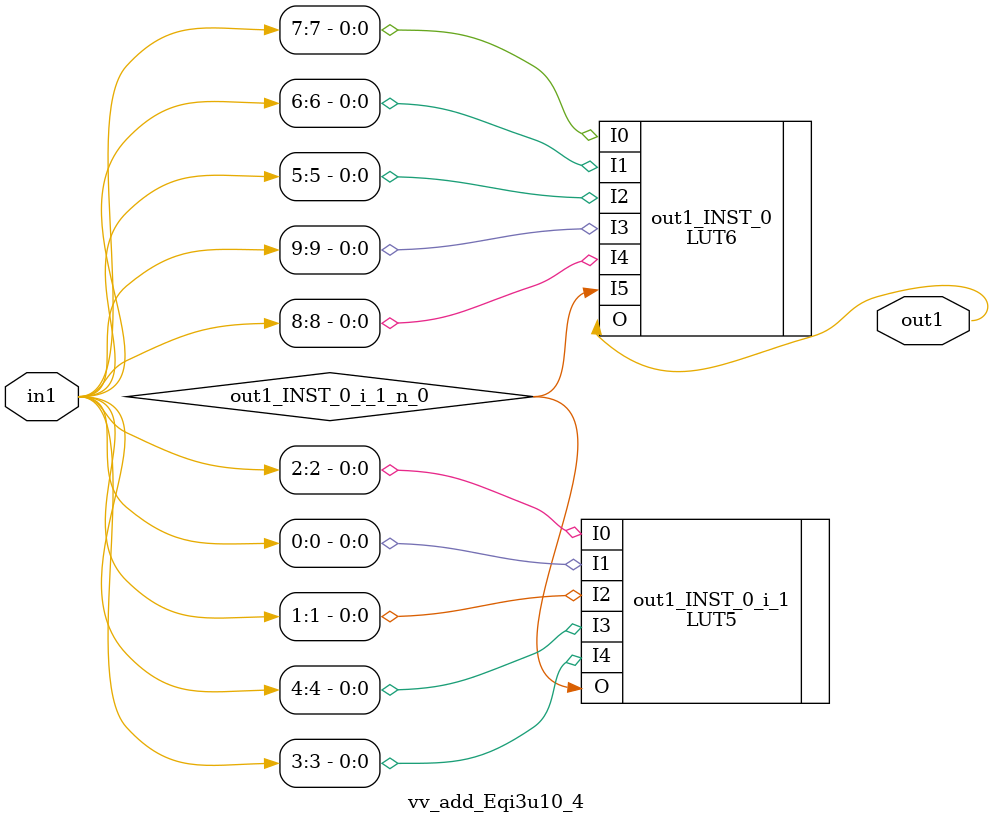
<source format=v>
`timescale 1 ps / 1 ps

(* STRUCTURAL_NETLIST = "yes" *)
module vv_add_Eqi3u10_4
   (in1,
    out1);
  input [9:0]in1;
  output out1;

  wire [9:0]in1;
  wire out1;
  wire out1_INST_0_i_1_n_0;

  LUT6 #(
    .INIT(64'h0000000000000001)) 
    out1_INST_0
       (.I0(in1[7]),
        .I1(in1[6]),
        .I2(in1[5]),
        .I3(in1[9]),
        .I4(in1[8]),
        .I5(out1_INST_0_i_1_n_0),
        .O(out1));
  LUT5 #(
    .INIT(32'hFFFFFFBF)) 
    out1_INST_0_i_1
       (.I0(in1[2]),
        .I1(in1[0]),
        .I2(in1[1]),
        .I3(in1[4]),
        .I4(in1[3]),
        .O(out1_INST_0_i_1_n_0));
endmodule

</source>
